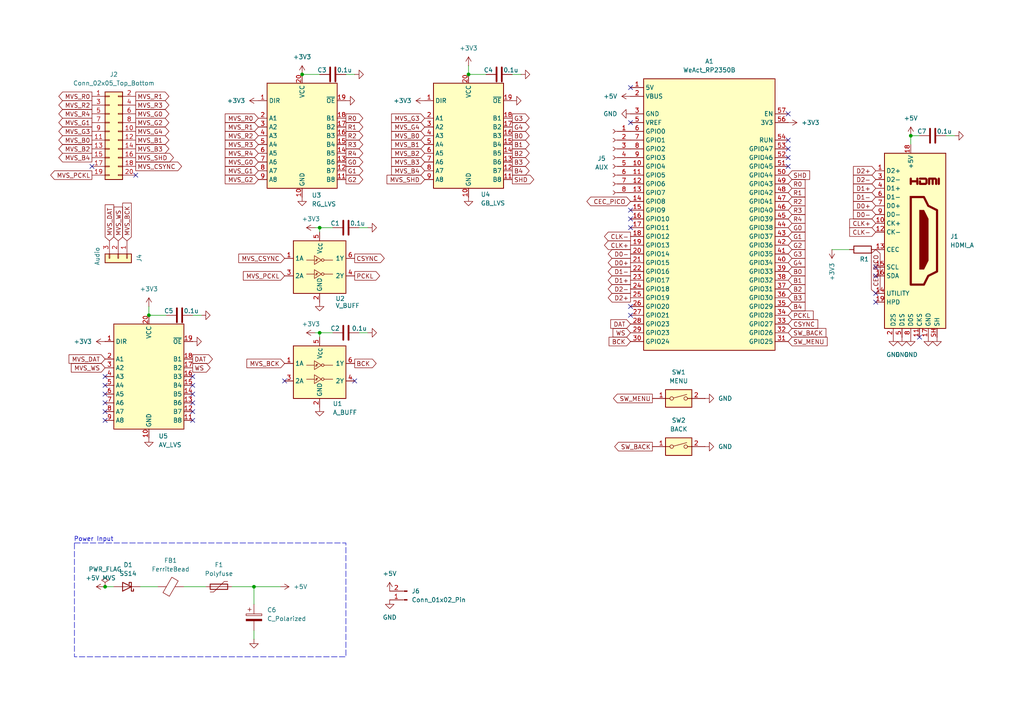
<source format=kicad_sch>
(kicad_sch (version 20250114) (generator "eeschema") (generator_version "9.0")
  (paper "A4")
  (title_block (title "NeoPico HD") (date "2025-12-31") (rev "0.0.1") (company "https://www.github.com/fliperama86/neopico-hd"))
  (lib_symbols
    (symbol "+5V_1" (power) (pin_numbers (hide yes)) (pin_names (offset 0) (hide yes))
      (property "Value" "+5V" (at 0 3.556 0))
      (symbol "+5V_1_1_1"
        (pin power_in line (at 0 0 90) (length 0) (name "~") (number "1"))
      )
    )
    (symbol "74xGxx:SN74LVC2G14DBV"
      (property "Reference" "U" (at 2.54 12.7 0))
      (property "Value" "SN74LVC2G14DBV" (at 2.54 10.16 0))
      (symbol "SN74LVC2G14DBV_1_1"
        (pin input line (at -10.16 2.54 0) (length 2.54) (name "1A") (number "1"))
        (pin input line (at -10.16 -2.54 0) (length 2.54) (name "2A") (number "3"))
        (pin power_in line (at 0 10.16 270) (length 2.54) (name "V_{CC}") (number "5"))
        (pin power_in line (at 0 -10.16 90) (length 2.54) (name "GND") (number "2"))
        (pin output line (at 10.16 2.54 180) (length 2.54) (name "1Y") (number "6"))
        (pin output line (at 10.16 -2.54 180) (length 2.54) (name "2Y") (number "4"))
      )
    )
    (symbol "Connector:Conn_01x02_Pin" (pin_names (offset 1.016) (hide yes))
      (property "Reference" "J" (at 0 2.54 0))
      (property "Value" "Conn_01x02_Pin" (at 0 -5.08 0))
      (symbol "Conn_01x02_Pin_1_1"
        (pin passive line (at 5.08 0 180) (length 3.81) (name "Pin_1") (number "1"))
        (pin passive line (at 5.08 -2.54 180) (length 3.81) (name "Pin_2") (number "2"))
      )
    )
    (symbol "Connector:Conn_01x08_Socket" (pin_names (offset 1.016) (hide yes))
      (property "Reference" "J" (at 0 10.16 0))
      (property "Value" "Conn_01x08_Socket" (at 0 -12.7 0))
      (symbol "Conn_01x08_Socket_1_1"
        (pin passive line (at -5.08 7.62 0) (length 3.81) (name "Pin_1") (number "1"))
        (pin passive line (at -5.08 5.08 0) (length 3.81) (name "Pin_2") (number "2"))
        (pin passive line (at -5.08 2.54 0) (length 3.81) (name "Pin_3") (number "3"))
        (pin passive line (at -5.08 0 0) (length 3.81) (name "Pin_4") (number "4"))
        (pin passive line (at -5.08 -2.54 0) (length 3.81) (name "Pin_5") (number "5"))
        (pin passive line (at -5.08 -5.08 0) (length 3.81) (name "Pin_6") (number "6"))
        (pin passive line (at -5.08 -7.62 0) (length 3.81) (name "Pin_7") (number "7"))
        (pin passive line (at -5.08 -10.16 0) (length 3.81) (name "Pin_8") (number "8"))
      )
    )
    (symbol "Connector:HDMI_A"
      (property "Reference" "J" (at -6.35 26.67 0))
      (property "Value" "HDMI_A" (at 10.16 26.67 0))
      (symbol "HDMI_A_1_1"
        (pin passive line (at -10.16 20.32 0) (length 2.54) (name "D2+") (number "1"))
        (pin passive line (at -10.16 17.78 0) (length 2.54) (name "D2-") (number "3"))
        (pin passive line (at -10.16 15.24 0) (length 2.54) (name "D1+") (number "4"))
        (pin passive line (at -10.16 12.7 0) (length 2.54) (name "D1-") (number "6"))
        (pin passive line (at -10.16 10.16 0) (length 2.54) (name "D0+") (number "7"))
        (pin passive line (at -10.16 7.62 0) (length 2.54) (name "D0-") (number "9"))
        (pin passive line (at -10.16 5.08 0) (length 2.54) (name "CK+") (number "10"))
        (pin passive line (at -10.16 2.54 0) (length 2.54) (name "CK-") (number "12"))
        (pin bidirectional line (at -10.16 -2.54 0) (length 2.54) (name "CEC") (number "13"))
        (pin passive line (at -10.16 -7.62 0) (length 2.54) (name "SCL") (number "15"))
        (pin bidirectional line (at -10.16 -10.16 0) (length 2.54) (name "SDA") (number "16"))
        (pin passive line (at -10.16 -15.24 0) (length 2.54) (name "UTILITY") (number "14"))
        (pin passive line (at -10.16 -17.78 0) (length 2.54) (name "HPD") (number "19"))
        (pin power_in line (at -5.08 -27.94 90) (length 2.54) (name "D2S") (number "2"))
        (pin power_in line (at -2.54 -27.94 90) (length 2.54) (name "D1S") (number "5"))
        (pin power_in line (at 0 27.94 270) (length 2.54) (name "+5V") (number "18"))
        (pin power_in line (at 0 -27.94 90) (length 2.54) (name "D0S") (number "8"))
        (pin power_in line (at 2.54 -27.94 90) (length 2.54) (name "CKS") (number "11"))
        (pin power_in line (at 5.08 -27.94 90) (length 2.54) (name "GND") (number "17"))
        (pin passive line (at 7.62 -27.94 90) (length 2.54) (name "SH") (number "SH"))
      )
    )
    (symbol "Connector_Generic:Conn_01x03" (pin_names (offset 1.016) (hide yes))
      (property "Reference" "J" (at 0 5.08 0))
      (property "Value" "Conn_01x03" (at 0 -5.08 0))
      (symbol "Conn_01x03_1_1"
        (pin passive line (at -5.08 2.54 0) (length 3.81) (name "Pin_1") (number "1"))
        (pin passive line (at -5.08 0 0) (length 3.81) (name "Pin_2") (number "2"))
        (pin passive line (at -5.08 -2.54 0) (length 3.81) (name "Pin_3") (number "3"))
      )
    )
    (symbol "Connector_Generic:Conn_02x10_Odd_Even" (pin_names (offset 1.016) (hide yes))
      (property "Reference" "J" (at 1.27 12.7 0))
      (property "Value" "Conn_02x10_Odd_Even" (at 1.27 -15.24 0))
      (symbol "Conn_02x10_Odd_Even_1_1"
        (pin passive line (at -5.08 10.16 0) (length 3.81) (name "Pin_1") (number "1"))
        (pin passive line (at -5.08 7.62 0) (length 3.81) (name "Pin_3") (number "3"))
        (pin passive line (at -5.08 5.08 0) (length 3.81) (name "Pin_5") (number "5"))
        (pin passive line (at -5.08 2.54 0) (length 3.81) (name "Pin_7") (number "7"))
        (pin passive line (at -5.08 0 0) (length 3.81) (name "Pin_9") (number "9"))
        (pin passive line (at -5.08 -2.54 0) (length 3.81) (name "Pin_11") (number "11"))
        (pin passive line (at -5.08 -5.08 0) (length 3.81) (name "Pin_13") (number "13"))
        (pin passive line (at -5.08 -7.62 0) (length 3.81) (name "Pin_15") (number "15"))
        (pin passive line (at -5.08 -10.16 0) (length 3.81) (name "Pin_17") (number "17"))
        (pin passive line (at -5.08 -12.7 0) (length 3.81) (name "Pin_19") (number "19"))
        (pin passive line (at 7.62 10.16 180) (length 3.81) (name "Pin_2") (number "2"))
        (pin passive line (at 7.62 7.62 180) (length 3.81) (name "Pin_4") (number "4"))
        (pin passive line (at 7.62 5.08 180) (length 3.81) (name "Pin_6") (number "6"))
        (pin passive line (at 7.62 2.54 180) (length 3.81) (name "Pin_8") (number "8"))
        (pin passive line (at 7.62 0 180) (length 3.81) (name "Pin_10") (number "10"))
        (pin passive line (at 7.62 -2.54 180) (length 3.81) (name "Pin_12") (number "12"))
        (pin passive line (at 7.62 -5.08 180) (length 3.81) (name "Pin_14") (number "14"))
        (pin passive line (at 7.62 -7.62 180) (length 3.81) (name "Pin_16") (number "16"))
        (pin passive line (at 7.62 -10.16 180) (length 3.81) (name "Pin_18") (number "18"))
        (pin passive line (at 7.62 -12.7 180) (length 3.81) (name "Pin_20") (number "20"))
      )
    )
    (symbol "Device:C" (pin_numbers (hide yes)) (pin_names (offset 0.254))
      (property "Reference" "C" (at 0.635 2.54 0))
      (property "Value" "C" (at 0.635 -2.54 0))
      (symbol "C_1_1"
        (pin passive line (at 0 3.81 270) (length 2.794) (name "~") (number "1"))
        (pin passive line (at 0 -3.81 90) (length 2.794) (name "~") (number "2"))
      )
    )
    (symbol "Device:C_Polarized" (pin_numbers (hide yes)) (pin_names (offset 0.254))
      (property "Reference" "C" (at 0.635 2.54 0))
      (property "Value" "C_Polarized" (at 0.635 -2.54 0))
      (symbol "C_Polarized_1_1"
        (pin passive line (at 0 3.81 270) (length 2.794) (name "~") (number "1"))
        (pin passive line (at 0 -3.81 90) (length 2.794) (name "~") (number "2"))
      )
    )
    (symbol "Device:FerriteBead" (pin_numbers (hide yes)) (pin_names (offset 0))
      (property "Reference" "FB" (at -3.81 0.635 90))
      (property "Value" "FerriteBead" (at 3.81 0 90))
      (symbol "FerriteBead_1_1"
        (pin passive line (at 0 3.81 270) (length 2.54) (name "~") (number "1"))
        (pin passive line (at 0 -3.81 90) (length 2.54) (name "~") (number "2"))
      )
    )
    (symbol "Device:Polyfuse" (pin_numbers (hide yes)) (pin_names (offset 0))
      (property "Reference" "F" (at -2.54 0 90))
      (property "Value" "Polyfuse" (at 2.54 0 90))
      (symbol "Polyfuse_1_1"
        (pin passive line (at 0 3.81 270) (length 1.27) (name "~") (number "1"))
        (pin passive line (at 0 -3.81 90) (length 1.27) (name "~") (number "2"))
      )
    )
    (symbol "Device:R" (pin_numbers (hide yes)) (pin_names (offset 0))
      (property "Reference" "R" (at 2.032 0 90))
      (property "Value" "R" (at 0 0 90))
      (symbol "R_1_1"
        (pin passive line (at 0 3.81 270) (length 1.27) (name "~") (number "1"))
        (pin passive line (at 0 -3.81 90) (length 1.27) (name "~") (number "2"))
      )
    )
    (symbol "Diode:SS14" (pin_numbers (hide yes)) (pin_names (offset 1.016) (hide yes))
      (property "Reference" "D" (at 0 2.54 0))
      (property "Value" "SS14" (at 0 -2.54 0))
      (symbol "SS14_1_1"
        (pin passive line (at -3.81 0 0) (length 2.54) (name "K") (number "1"))
        (pin passive line (at 3.81 0 180) (length 2.54) (name "A") (number "2"))
      )
    )
    (symbol "Dudu:WeAct_RP2350B"
      (property "Reference" "A" (at -18.542 42.164 0))
      (property "Value" "WeAct_RP2350B" (at 11.176 42.672 0))
      (symbol "WeAct_RP2350B_1_1"
        (pin power_in line (at -22.86 38.1 0) (length 3.81) (name "5V") (number "1"))
        (pin power_out line (at -22.86 35.56 0) (length 3.81) (name "VBUS") (number "2"))
        (pin power_out line (at -22.86 30.48 0) (length 3.81) (name "GND") (number "3"))
        (pin passive line (at -22.86 30.48 0) (length 3.81) (hide yes) (name "GND") (number "4"))
        (pin passive line (at -22.86 30.48 0) (length 3.81) (hide yes) (name "GND") (number "58"))
        (pin passive line (at -22.86 30.48 0) (length 3.81) (hide yes) (name "GND") (number "59"))
        (pin passive line (at -22.86 30.48 0) (length 3.81) (hide yes) (name "GND") (number "60"))
        (pin power_in line (at -22.86 27.94 0) (length 3.81) (name "VREF") (number "5"))
        (pin bidirectional line (at -22.86 25.4 0) (length 3.81) (name "GPIO0") (number "6"))
        (pin bidirectional line (at -22.86 22.86 0) (length 3.81) (name "GPIO1") (number "7"))
        (pin bidirectional line (at -22.86 20.32 0) (length 3.81) (name "GPIO2") (number "8"))
        (pin bidirectional line (at -22.86 17.78 0) (length 3.81) (name "GPIO3") (number "9"))
        (pin bidirectional line (at -22.86 15.24 0) (length 3.81) (name "GPIO4") (number "10"))
        (pin bidirectional line (at -22.86 12.7 0) (length 3.81) (name "GPIO5") (number "11"))
        (pin bidirectional line (at -22.86 10.16 0) (length 3.81) (name "GPIO6") (number "12"))
        (pin bidirectional line (at -22.86 7.62 0) (length 3.81) (name "GPIO7") (number "13"))
        (pin bidirectional line (at -22.86 5.08 0) (length 3.81) (name "GPIO8") (number "14"))
        (pin bidirectional line (at -22.86 2.54 0) (length 3.81) (name "GPIO9") (number "15"))
        (pin bidirectional line (at -22.86 0 0) (length 3.81) (name "GPIO10") (number "16"))
        (pin bidirectional line (at -22.86 -2.54 0) (length 3.81) (name "GPIO11") (number "17"))
        (pin bidirectional line (at -22.86 -5.08 0) (length 3.81) (name "GPIO12") (number "18"))
        (pin bidirectional line (at -22.86 -7.62 0) (length 3.81) (name "GPIO13") (number "19"))
        (pin bidirectional line (at -22.86 -10.16 0) (length 3.81) (name "GPIO14") (number "20"))
        (pin bidirectional line (at -22.86 -12.7 0) (length 3.81) (name "GPIO15") (number "21"))
        (pin bidirectional line (at -22.86 -15.24 0) (length 3.81) (name "GPIO16") (number "22"))
        (pin bidirectional line (at -22.86 -17.78 0) (length 3.81) (name "GPIO17") (number "23"))
        (pin bidirectional line (at -22.86 -20.32 0) (length 3.81) (name "GPIO18") (number "24"))
        (pin bidirectional line (at -22.86 -22.86 0) (length 3.81) (name "GPIO19") (number "25"))
        (pin bidirectional line (at -22.86 -25.4 0) (length 3.81) (name "GPIO20") (number "26"))
        (pin bidirectional line (at -22.86 -27.94 0) (length 3.81) (name "GPIO21") (number "27"))
        (pin bidirectional line (at -22.86 -30.48 0) (length 3.81) (name "GPIO23") (number "28"))
        (pin bidirectional line (at -22.86 -33.02 0) (length 3.81) (name "GPIO23") (number "29"))
        (pin bidirectional line (at -22.86 -35.56 0) (length 3.81) (name "GPIO24") (number "30"))
        (pin passive line (at 22.86 30.48 180) (length 3.81) (name "EN") (number "57"))
        (pin passive line (at 22.86 27.94 180) (length 3.81) (hide yes) (name "3V3") (number "55"))
        (pin power_out line (at 22.86 27.94 180) (length 3.81) (name "3V3") (number "56"))
        (pin passive line (at 22.86 22.86 180) (length 3.81) (name "RUN") (number "54"))
        (pin bidirectional line (at 22.86 20.32 180) (length 3.81) (name "GPIO47") (number "53"))
        (pin bidirectional line (at 22.86 17.78 180) (length 3.81) (name "GPIO46") (number "52"))
        (pin bidirectional line (at 22.86 15.24 180) (length 3.81) (name "GPIO45") (number "51"))
        (pin bidirectional line (at 22.86 12.7 180) (length 3.81) (name "GPIO44") (number "50"))
        (pin bidirectional line (at 22.86 10.16 180) (length 3.81) (name "GPIO43") (number "49"))
        (pin bidirectional line (at 22.86 7.62 180) (length 3.81) (name "GPIO42") (number "48"))
        (pin bidirectional line (at 22.86 5.08 180) (length 3.81) (name "GPIO41") (number "47"))
        (pin bidirectional line (at 22.86 2.54 180) (length 3.81) (name "GPIO40") (number "46"))
        (pin bidirectional line (at 22.86 0 180) (length 3.81) (name "GPIO39") (number "45"))
        (pin bidirectional line (at 22.86 -2.54 180) (length 3.81) (name "GPIO38") (number "44"))
        (pin bidirectional line (at 22.86 -5.08 180) (length 3.81) (name "GPIO37") (number "43"))
        (pin bidirectional line (at 22.86 -7.62 180) (length 3.81) (name "GPIO36") (number "42"))
        (pin bidirectional line (at 22.86 -10.16 180) (length 3.81) (name "GPIO35") (number "41"))
        (pin bidirectional line (at 22.86 -12.7 180) (length 3.81) (name "GPIO34") (number "40"))
        (pin bidirectional line (at 22.86 -15.24 180) (length 3.81) (name "GPIO33") (number "39"))
        (pin bidirectional line (at 22.86 -17.78 180) (length 3.81) (name "GPIO32") (number "38"))
        (pin bidirectional line (at 22.86 -20.32 180) (length 3.81) (name "GPIO31") (number "37"))
        (pin bidirectional line (at 22.86 -22.86 180) (length 3.81) (name "GPIO30") (number "36"))
        (pin bidirectional line (at 22.86 -25.4 180) (length 3.81) (name "GPIO29") (number "35"))
        (pin bidirectional line (at 22.86 -27.94 180) (length 3.81) (name "GPIO28") (number "34"))
        (pin bidirectional line (at 22.86 -30.48 180) (length 3.81) (name "GPIO27") (number "33"))
        (pin bidirectional line (at 22.86 -33.02 180) (length 3.81) (name "GPIO26") (number "32"))
        (pin bidirectional line (at 22.86 -35.56 180) (length 3.81) (name "GPIO25") (number "31"))
      )
    )
    (symbol "Logic_LevelTranslator:SN74LVC245APW"
      (property "Reference" "U" (at -10.16 17.78 0))
      (property "Value" "SN74LVC245APW" (at 10.16 17.78 0))
      (symbol "SN74LVC245APW_1_1"
        (pin input line (at -12.7 10.16 0) (length 2.54) (name "DIR") (number "1"))
        (pin bidirectional line (at -12.7 5.08 0) (length 2.54) (name "A1") (number "2"))
        (pin bidirectional line (at -12.7 2.54 0) (length 2.54) (name "A2") (number "3"))
        (pin bidirectional line (at -12.7 0 0) (length 2.54) (name "A3") (number "4"))
        (pin bidirectional line (at -12.7 -2.54 0) (length 2.54) (name "A4") (number "5"))
        (pin bidirectional line (at -12.7 -5.08 0) (length 2.54) (name "A5") (number "6"))
        (pin bidirectional line (at -12.7 -7.62 0) (length 2.54) (name "A6") (number "7"))
        (pin bidirectional line (at -12.7 -10.16 0) (length 2.54) (name "A7") (number "8"))
        (pin bidirectional line (at -12.7 -12.7 0) (length 2.54) (name "A8") (number "9"))
        (pin power_in line (at 0 17.78 270) (length 2.54) (name "VCC") (number "20"))
        (pin power_in line (at 0 -17.78 90) (length 2.54) (name "GND") (number "10"))
        (pin input line (at 12.7 10.16 180) (length 2.54) (name "~{OE}") (number "19"))
        (pin bidirectional line (at 12.7 5.08 180) (length 2.54) (name "B1") (number "18"))
        (pin bidirectional line (at 12.7 2.54 180) (length 2.54) (name "B2") (number "17"))
        (pin bidirectional line (at 12.7 0 180) (length 2.54) (name "B3") (number "16"))
        (pin bidirectional line (at 12.7 -2.54 180) (length 2.54) (name "B4") (number "15"))
        (pin bidirectional line (at 12.7 -5.08 180) (length 2.54) (name "B5") (number "14"))
        (pin bidirectional line (at 12.7 -7.62 180) (length 2.54) (name "B6") (number "13"))
        (pin bidirectional line (at 12.7 -10.16 180) (length 2.54) (name "B7") (number "12"))
        (pin bidirectional line (at 12.7 -12.7 180) (length 2.54) (name "B8") (number "11"))
      )
    )
    (symbol "Switch:SW_DIP_x01" (pin_names (offset 0) (hide yes))
      (property "Reference" "SW" (at 0 3.81 0))
      (property "Value" "SW_DIP_x01" (at 0 -3.81 0))
      (symbol "SW_DIP_x01_1_1"
        (pin passive line (at -7.62 0 0) (length 5.08) (name "~") (number "1"))
        (pin passive line (at 7.62 0 180) (length 5.08) (name "~") (number "2"))
      )
    )
    (symbol "power:+3V3" (power) (pin_numbers (hide yes)) (pin_names (offset 0) (hide yes))
      (property "Value" "+3V3" (at 0 3.556 0))
      (symbol "+3V3_1_1"
        (pin power_in line (at 0 0 90) (length 0) (name "~") (number "1"))
      )
    )
    (symbol "power:+5V" (power) (pin_numbers (hide yes)) (pin_names (offset 0) (hide yes))
      (property "Value" "+5V" (at 0 3.556 0))
      (symbol "+5V_1_1"
        (pin power_in line (at 0 0 90) (length 0) (name "~") (number "1"))
      )
    )
    (symbol "power:GND" (power) (pin_numbers (hide yes)) (pin_names (offset 0) (hide yes))
      (property "Value" "GND" (at 0 -3.81 0))
      (symbol "GND_1_1"
        (pin power_in line (at 0 0 270) (length 0) (name "~") (number "1"))
      )
    )
    (symbol "power:PWR_FLAG" (power) (pin_numbers (hide yes)) (pin_names (offset 0) (hide yes))
      (property "Value" "PWR_FLAG" (at 0 3.81 0))
      (symbol "PWR_FLAG_0_0"
        (pin power_out line (at 0 0 90) (length 0) (name "~") (number "1"))
      )
    )
  )
  (rectangle (start 21.59 157.48) (end 100.33 190.5) (stroke (width 0) (type dash)))
  (text "Power Input" (at 27.178 156.464 0) (effects (font (size 1.27 1.27))))
  (junction (at 73.66 170.18))
  (junction (at 87.63 21.59))
  (junction (at 30.48 170.18))
  (junction (at 92.71 66.04))
  (junction (at 43.18 91.44))
  (junction (at 264.16 39.37))
  (junction (at 135.89 21.59))
  (junction (at 92.71 96.52))
  (no_connect (at 182.88 88.9))
  (no_connect (at 30.48 116.84))
  (no_connect (at 254 77.47))
  (no_connect (at 55.88 114.3))
  (no_connect (at 55.88 111.76))
  (no_connect (at 182.88 66.04))
  (no_connect (at 55.88 119.38))
  (no_connect (at 254 80.01))
  (no_connect (at 26.67 48.26))
  (no_connect (at 102.87 110.49))
  (no_connect (at 55.88 121.92))
  (no_connect (at 228.6 48.26))
  (no_connect (at 55.88 109.22))
  (no_connect (at 30.48 109.22))
  (no_connect (at 55.88 116.84))
  (no_connect (at 228.6 40.64))
  (no_connect (at 30.48 114.3))
  (no_connect (at 30.48 121.92))
  (no_connect (at 182.88 25.4))
  (no_connect (at 39.37 50.8))
  (no_connect (at 182.88 63.5))
  (no_connect (at 228.6 33.02))
  (no_connect (at 182.88 60.96))
  (no_connect (at 82.55 110.49))
  (no_connect (at 30.48 111.76))
  (no_connect (at 254 87.63))
  (no_connect (at 266.7 97.79))
  (no_connect (at 228.6 43.18))
  (no_connect (at 182.88 91.44))
  (no_connect (at 30.48 119.38))
  (no_connect (at 254 85.09))
  (no_connect (at 182.88 35.56))
  (no_connect (at 228.6 45.72))
  (wire (pts (xy 67.31 170.18) (xy 73.66 170.18)))
  (wire (pts (xy 73.66 175.26) (xy 73.66 170.18)))
  (wire (pts (xy 106.68 66.04) (xy 104.14 66.04)))
  (wire (pts (xy 91.44 96.52) (xy 92.71 96.52)))
  (wire (pts (xy 104.14 96.52) (xy 106.68 96.52)))
  (wire (pts (xy 91.44 66.04) (xy 92.71 66.04)))
  (wire (pts (xy 246.38 72.39) (xy 241.3 72.39)))
  (wire (pts (xy 73.66 182.88) (xy 73.66 185.42)))
  (wire (pts (xy 43.18 88.9) (xy 43.18 91.44)))
  (wire (pts (xy 96.52 96.52) (xy 92.71 96.52)))
  (wire (pts (xy 40.64 170.18) (xy 45.72 170.18)))
  (wire (pts (xy 58.42 91.44) (xy 55.88 91.44)))
  (wire (pts (xy 30.48 170.18) (xy 33.02 170.18)))
  (wire (pts (xy 53.34 170.18) (xy 59.69 170.18)))
  (wire (pts (xy 73.66 170.18) (xy 81.28 170.18)))
  (wire (pts (xy 276.86 39.37) (xy 274.32 39.37)))
  (wire (pts (xy 43.18 91.44) (xy 48.26 91.44)))
  (wire (pts (xy 92.71 96.52) (xy 92.71 97.79)))
  (wire (pts (xy 135.89 21.59) (xy 140.97 21.59)))
  (wire (pts (xy 87.63 21.59) (xy 92.71 21.59)))
  (wire (pts (xy 135.89 19.05) (xy 135.89 21.59)))
  (wire (pts (xy 92.71 66.04) (xy 96.52 66.04)))
  (wire (pts (xy 92.71 66.04) (xy 92.71 67.31)))
  (wire (pts (xy 264.16 39.37) (xy 264.16 41.91)))
  (wire (pts (xy 151.13 21.59) (xy 148.59 21.59)))
  (wire (pts (xy 266.7 39.37) (xy 264.16 39.37)))
  (wire (pts (xy 102.87 21.59) (xy 100.33 21.59)))
  (global_label "B4" (shape input) (at 228.6 88.9 0) (property "Intersheetrefs" "${INTERSHEET_REFS}" (effects (hide yes))))
  (global_label "G1" (shape output) (at 100.33 49.53 0) (property "Intersheetrefs" "${INTERSHEET_REFS}" (effects (hide yes))))
  (global_label "B2" (shape output) (at 148.59 44.45 0) (property "Intersheetrefs" "${INTERSHEET_REFS}" (effects (hide yes))))
  (global_label "D1+" (shape input) (at 254 54.61 180) (property "Intersheetrefs" "${INTERSHEET_REFS}" (effects (hide yes))) (property "Netclass" "HDMI" (effects (hide yes))))
  (global_label "SW_BACK" (shape input) (at 228.6 96.52 0) (property "Intersheetrefs" "${INTERSHEET_REFS}" (effects (hide yes))))
  (global_label "G4" (shape output) (at 148.59 36.83 0) (property "Intersheetrefs" "${INTERSHEET_REFS}" (effects (hide yes))))
  (global_label "MVS_G0" (shape output) (at 39.37 33.02 0) (property "Intersheetrefs" "${INTERSHEET_REFS}" (effects (hide yes))))
  (global_label "R4" (shape input) (at 228.6 63.5 0) (property "Intersheetrefs" "${INTERSHEET_REFS}" (effects (hide yes))))
  (global_label "R0" (shape output) (at 100.33 34.29 0) (property "Intersheetrefs" "${INTERSHEET_REFS}" (effects (hide yes))))
  (global_label "MVS_R4" (shape input) (at 74.93 44.45 180) (property "Intersheetrefs" "${INTERSHEET_REFS}" (effects (hide yes))))
  (global_label "MVS_R1" (shape input) (at 74.93 36.83 180) (property "Intersheetrefs" "${INTERSHEET_REFS}" (effects (hide yes))))
  (global_label "MVS_B0" (shape output) (at 26.67 40.64 180) (property "Intersheetrefs" "${INTERSHEET_REFS}" (effects (hide yes))))
  (global_label "MVS_PCKL" (shape input) (at 82.55 80.01 180) (property "Intersheetrefs" "${INTERSHEET_REFS}" (effects (hide yes))) (property "Frequency" "2.66mHz" (effects (hide yes))))
  (global_label "B3" (shape output) (at 148.59 46.99 0) (property "Intersheetrefs" "${INTERSHEET_REFS}" (effects (hide yes))))
  (global_label "MVS_G1" (shape output) (at 26.67 35.56 180) (property "Intersheetrefs" "${INTERSHEET_REFS}" (effects (hide yes))))
  (global_label "D0-" (shape output) (at 182.88 73.66 180) (property "Intersheetrefs" "${INTERSHEET_REFS}" (effects (hide yes))) (property "Netclass" "HDMI" (effects (hide yes))))
  (global_label "MVS_B1" (shape input) (at 123.19 41.91 180) (property "Intersheetrefs" "${INTERSHEET_REFS}" (effects (hide yes))))
  (global_label "MVS_R1" (shape output) (at 39.37 27.94 0) (property "Intersheetrefs" "${INTERSHEET_REFS}" (effects (hide yes))))
  (global_label "CLK+" (shape input) (at 254 64.77 180) (property "Intersheetrefs" "${INTERSHEET_REFS}" (effects (hide yes))) (property "Netclass" "HDMI" (effects (hide yes))))
  (global_label "D0+" (shape output) (at 182.88 76.2 180) (property "Intersheetrefs" "${INTERSHEET_REFS}" (effects (hide yes))) (property "Netclass" "HDMI" (effects (hide yes))))
  (global_label "MVS_B3" (shape output) (at 39.37 43.18 0) (property "Intersheetrefs" "${INTERSHEET_REFS}" (effects (hide yes))))
  (global_label "MVS_WS" (shape input) (at 30.48 106.68 180) (property "Intersheetrefs" "${INTERSHEET_REFS}" (effects (hide yes))))
  (global_label "MVS_G1" (shape input) (at 74.93 49.53 180) (property "Intersheetrefs" "${INTERSHEET_REFS}" (effects (hide yes))))
  (global_label "MVS_PCKL" (shape output) (at 26.67 50.8 180) (property "Intersheetrefs" "${INTERSHEET_REFS}" (effects (hide yes))) (property "Frequency" "2.66mHz" (effects (hide yes))))
  (global_label "MVS_WS" (shape input) (at 34.29 69.85 90) (property "Intersheetrefs" "${INTERSHEET_REFS}" (effects (hide yes))))
  (global_label "G1" (shape input) (at 228.6 68.58 0) (property "Intersheetrefs" "${INTERSHEET_REFS}" (effects (hide yes))))
  (global_label "PCKL" (shape output) (at 102.87 80.01 0) (property "Intersheetrefs" "${INTERSHEET_REFS}" (effects (hide yes))) (property "Frequency" "2.66mHz" (effects (hide yes))))
  (global_label "R4" (shape output) (at 100.33 44.45 0) (property "Intersheetrefs" "${INTERSHEET_REFS}" (effects (hide yes))))
  (global_label "CEC_PICO" (shape bidirectional) (at 254 72.39 270) (property "Intersheetrefs" "${INTERSHEET_REFS}" (effects (hide yes))))
  (global_label "SW_MENU" (shape input) (at 228.6 99.06 0) (property "Intersheetrefs" "${INTERSHEET_REFS}" (effects (hide yes))))
  (global_label "G4" (shape input) (at 228.6 76.2 0) (property "Intersheetrefs" "${INTERSHEET_REFS}" (effects (hide yes))))
  (global_label "MVS_R2" (shape input) (at 74.93 39.37 180) (property "Intersheetrefs" "${INTERSHEET_REFS}" (effects (hide yes))))
  (global_label "R1" (shape output) (at 100.33 36.83 0) (property "Intersheetrefs" "${INTERSHEET_REFS}" (effects (hide yes))))
  (global_label "MVS_B4" (shape input) (at 123.19 49.53 180) (property "Intersheetrefs" "${INTERSHEET_REFS}" (effects (hide yes))))
  (global_label "D2+" (shape input) (at 254 49.53 180) (property "Intersheetrefs" "${INTERSHEET_REFS}" (effects (hide yes))) (property "Netclass" "HDMI" (effects (hide yes))))
  (global_label "MVS_B2" (shape output) (at 26.67 43.18 180) (property "Intersheetrefs" "${INTERSHEET_REFS}" (effects (hide yes))))
  (global_label "MVS_R0" (shape input) (at 74.93 34.29 180) (property "Intersheetrefs" "${INTERSHEET_REFS}" (effects (hide yes))))
  (global_label "D2+" (shape output) (at 182.88 86.36 180) (property "Intersheetrefs" "${INTERSHEET_REFS}" (effects (hide yes))) (property "Netclass" "HDMI" (effects (hide yes))))
  (global_label "SW_MENU" (shape output) (at 189.23 115.57 180) (property "Intersheetrefs" "${INTERSHEET_REFS}" (effects (hide yes))))
  (global_label "MVS_R4" (shape output) (at 26.67 33.02 180) (property "Intersheetrefs" "${INTERSHEET_REFS}" (effects (hide yes))))
  (global_label "MVS_R2" (shape output) (at 26.67 30.48 180) (property "Intersheetrefs" "${INTERSHEET_REFS}" (effects (hide yes))))
  (global_label "MVS_G2" (shape output) (at 39.37 35.56 0) (property "Intersheetrefs" "${INTERSHEET_REFS}" (effects (hide yes))))
  (global_label "CLK-" (shape input) (at 254 67.31 180) (property "Intersheetrefs" "${INTERSHEET_REFS}" (effects (hide yes))) (property "Netclass" "HDMI" (effects (hide yes))))
  (global_label "MVS_B4" (shape output) (at 26.67 45.72 180) (property "Intersheetrefs" "${INTERSHEET_REFS}" (effects (hide yes))))
  (global_label "CLK+" (shape output) (at 182.88 71.12 180) (property "Intersheetrefs" "${INTERSHEET_REFS}" (effects (hide yes))) (property "Netclass" "HDMI" (effects (hide yes))))
  (global_label "SHD" (shape output) (at 148.59 52.07 0) (property "Intersheetrefs" "${INTERSHEET_REFS}" (effects (hide yes))) (property "Frequency" "55.5mHz" (effects (hide yes))))
  (global_label "R3" (shape input) (at 228.6 60.96 0) (property "Intersheetrefs" "${INTERSHEET_REFS}" (effects (hide yes))))
  (global_label "SW_BACK" (shape output) (at 189.23 129.54 180) (property "Intersheetrefs" "${INTERSHEET_REFS}" (effects (hide yes))))
  (global_label "R3" (shape output) (at 100.33 41.91 0) (property "Intersheetrefs" "${INTERSHEET_REFS}" (effects (hide yes))))
  (global_label "R2" (shape input) (at 228.6 58.42 0) (property "Intersheetrefs" "${INTERSHEET_REFS}" (effects (hide yes))))
  (global_label "WS" (shape input) (at 182.88 96.52 180) (property "Intersheetrefs" "${INTERSHEET_REFS}" (effects (hide yes))))
  (global_label "MVS_CSYNC" (shape input) (at 82.55 74.93 180) (property "Intersheetrefs" "${INTERSHEET_REFS}" (effects (hide yes))) (property "Frequency" "55.5mHz" (effects (hide yes))))
  (global_label "MVS_R0" (shape output) (at 26.67 27.94 180) (property "Intersheetrefs" "${INTERSHEET_REFS}" (effects (hide yes))))
  (global_label "CSYNC" (shape input) (at 228.6 93.98 0) (property "Intersheetrefs" "${INTERSHEET_REFS}" (effects (hide yes))))
  (global_label "D1-" (shape output) (at 182.88 78.74 180) (property "Intersheetrefs" "${INTERSHEET_REFS}" (effects (hide yes))) (property "Netclass" "HDMI" (effects (hide yes))))
  (global_label "MVS_R3" (shape input) (at 74.93 41.91 180) (property "Intersheetrefs" "${INTERSHEET_REFS}" (effects (hide yes))))
  (global_label "G3" (shape output) (at 148.59 34.29 0) (property "Intersheetrefs" "${INTERSHEET_REFS}" (effects (hide yes))))
  (global_label "BCK" (shape input) (at 182.88 99.06 180) (property "Intersheetrefs" "${INTERSHEET_REFS}" (effects (hide yes))))
  (global_label "G0" (shape output) (at 100.33 46.99 0) (property "Intersheetrefs" "${INTERSHEET_REFS}" (effects (hide yes))))
  (global_label "MVS_DAT" (shape input) (at 30.48 104.14 180) (property "Intersheetrefs" "${INTERSHEET_REFS}" (effects (hide yes))))
  (global_label "G0" (shape input) (at 228.6 66.04 0) (property "Intersheetrefs" "${INTERSHEET_REFS}" (effects (hide yes))))
  (global_label "MVS_SHD" (shape input) (at 123.19 52.07 180) (property "Intersheetrefs" "${INTERSHEET_REFS}" (effects (hide yes))) (property "Frequency" "55.5mHz" (effects (hide yes))))
  (global_label "B4" (shape output) (at 148.59 49.53 0) (property "Intersheetrefs" "${INTERSHEET_REFS}" (effects (hide yes))))
  (global_label "MVS_BCK" (shape input) (at 36.83 69.85 90) (property "Intersheetrefs" "${INTERSHEET_REFS}" (effects (hide yes))))
  (global_label "G2" (shape output) (at 100.33 52.07 0) (property "Intersheetrefs" "${INTERSHEET_REFS}" (effects (hide yes))))
  (global_label "B2" (shape input) (at 228.6 83.82 0) (property "Intersheetrefs" "${INTERSHEET_REFS}" (effects (hide yes))))
  (global_label "D0-" (shape input) (at 254 62.23 180) (property "Intersheetrefs" "${INTERSHEET_REFS}" (effects (hide yes))) (property "Netclass" "HDMI" (effects (hide yes))))
  (global_label "MVS_G4" (shape output) (at 39.37 38.1 0) (property "Intersheetrefs" "${INTERSHEET_REFS}" (effects (hide yes))))
  (global_label "R2" (shape output) (at 100.33 39.37 0) (property "Intersheetrefs" "${INTERSHEET_REFS}" (effects (hide yes))))
  (global_label "MVS_BCK" (shape input) (at 82.55 105.41 180) (property "Intersheetrefs" "${INTERSHEET_REFS}" (effects (hide yes))))
  (global_label "MVS_G2" (shape input) (at 74.93 52.07 180) (property "Intersheetrefs" "${INTERSHEET_REFS}" (effects (hide yes))))
  (global_label "G3" (shape input) (at 228.6 73.66 0) (property "Intersheetrefs" "${INTERSHEET_REFS}" (effects (hide yes))))
  (global_label "MVS_CSYNC" (shape output) (at 39.37 48.26 0) (property "Intersheetrefs" "${INTERSHEET_REFS}" (effects (hide yes))) (property "Frequency" "55.5mHz" (effects (hide yes))))
  (global_label "B0" (shape output) (at 148.59 39.37 0) (property "Intersheetrefs" "${INTERSHEET_REFS}" (effects (hide yes))))
  (global_label "D1+" (shape output) (at 182.88 81.28 180) (property "Intersheetrefs" "${INTERSHEET_REFS}" (effects (hide yes))) (property "Netclass" "HDMI" (effects (hide yes))))
  (global_label "B1" (shape output) (at 148.59 41.91 0) (property "Intersheetrefs" "${INTERSHEET_REFS}" (effects (hide yes))))
  (global_label "MVS_SHD" (shape output) (at 39.37 45.72 0) (property "Intersheetrefs" "${INTERSHEET_REFS}" (effects (hide yes))) (property "Frequency" "55.5mHz" (effects (hide yes))))
  (global_label "MVS_G3" (shape input) (at 123.19 34.29 180) (property "Intersheetrefs" "${INTERSHEET_REFS}" (effects (hide yes))))
  (global_label "DAT" (shape output) (at 55.88 104.14 0) (property "Intersheetrefs" "${INTERSHEET_REFS}" (effects (hide yes))))
  (global_label "R0" (shape input) (at 228.6 53.34 0) (property "Intersheetrefs" "${INTERSHEET_REFS}" (effects (hide yes))))
  (global_label "G2" (shape input) (at 228.6 71.12 0) (property "Intersheetrefs" "${INTERSHEET_REFS}" (effects (hide yes))))
  (global_label "B3" (shape input) (at 228.6 86.36 0) (property "Intersheetrefs" "${INTERSHEET_REFS}" (effects (hide yes))))
  (global_label "PCKL" (shape input) (at 228.6 91.44 0) (property "Intersheetrefs" "${INTERSHEET_REFS}" (effects (hide yes))))
  (global_label "B1" (shape input) (at 228.6 81.28 0) (property "Intersheetrefs" "${INTERSHEET_REFS}" (effects (hide yes))))
  (global_label "MVS_G3" (shape output) (at 26.67 38.1 180) (property "Intersheetrefs" "${INTERSHEET_REFS}" (effects (hide yes))))
  (global_label "D1-" (shape input) (at 254 57.15 180) (property "Intersheetrefs" "${INTERSHEET_REFS}" (effects (hide yes))) (property "Netclass" "HDMI" (effects (hide yes))))
  (global_label "CSYNC" (shape output) (at 102.87 74.93 0) (property "Intersheetrefs" "${INTERSHEET_REFS}" (effects (hide yes))) (property "Frequency" "55.5mHz" (effects (hide yes))))
  (global_label "D2-" (shape output) (at 182.88 83.82 180) (property "Intersheetrefs" "${INTERSHEET_REFS}" (effects (hide yes))) (property "Netclass" "HDMI" (effects (hide yes))))
  (global_label "B0" (shape input) (at 228.6 78.74 0) (property "Intersheetrefs" "${INTERSHEET_REFS}" (effects (hide yes))))
  (global_label "MVS_DAT" (shape input) (at 31.75 69.85 90) (property "Intersheetrefs" "${INTERSHEET_REFS}" (effects (hide yes))))
  (global_label "R1" (shape input) (at 228.6 55.88 0) (property "Intersheetrefs" "${INTERSHEET_REFS}" (effects (hide yes))))
  (global_label "MVS_B0" (shape input) (at 123.19 39.37 180) (property "Intersheetrefs" "${INTERSHEET_REFS}" (effects (hide yes))))
  (global_label "WS" (shape output) (at 55.88 106.68 0) (property "Intersheetrefs" "${INTERSHEET_REFS}" (effects (hide yes))))
  (global_label "DAT" (shape input) (at 182.88 93.98 180) (property "Intersheetrefs" "${INTERSHEET_REFS}" (effects (hide yes))))
  (global_label "D2-" (shape input) (at 254 52.07 180) (property "Intersheetrefs" "${INTERSHEET_REFS}" (effects (hide yes))) (property "Netclass" "HDMI" (effects (hide yes))))
  (global_label "MVS_B1" (shape output) (at 39.37 40.64 0) (property "Intersheetrefs" "${INTERSHEET_REFS}" (effects (hide yes))))
  (global_label "BCK" (shape output) (at 102.87 105.41 0) (property "Intersheetrefs" "${INTERSHEET_REFS}" (effects (hide yes))))
  (global_label "MVS_G4" (shape input) (at 123.19 36.83 180) (property "Intersheetrefs" "${INTERSHEET_REFS}" (effects (hide yes))))
  (global_label "D0+" (shape input) (at 254 59.69 180) (property "Intersheetrefs" "${INTERSHEET_REFS}" (effects (hide yes))) (property "Netclass" "HDMI" (effects (hide yes))))
  (global_label "MVS_G0" (shape input) (at 74.93 46.99 180) (property "Intersheetrefs" "${INTERSHEET_REFS}" (effects (hide yes))))
  (global_label "CEC_PICO" (shape bidirectional) (at 182.88 58.42 180) (property "Intersheetrefs" "${INTERSHEET_REFS}" (effects (hide yes))))
  (global_label "SHD" (shape input) (at 228.6 50.8 0) (property "Intersheetrefs" "${INTERSHEET_REFS}" (effects (hide yes))))
  (global_label "CLK-" (shape output) (at 182.88 68.58 180) (property "Intersheetrefs" "${INTERSHEET_REFS}" (effects (hide yes))) (property "Netclass" "HDMI" (effects (hide yes))))
  (global_label "MVS_B2" (shape input) (at 123.19 44.45 180) (property "Intersheetrefs" "${INTERSHEET_REFS}" (effects (hide yes))))
  (global_label "MVS_B3" (shape input) (at 123.19 46.99 180) (property "Intersheetrefs" "${INTERSHEET_REFS}" (effects (hide yes))))
  (global_label "MVS_R3" (shape output) (at 39.37 30.48 0) (property "Intersheetrefs" "${INTERSHEET_REFS}" (effects (hide yes))))
  (symbol (lib_id "Device:C") (at 100.33 66.04 90) (unit 1)
    (property "Reference" "C1" (at 98.552 64.77 90) (effects (justify left)))
    (property "Value" "0.1u" (at 105.918 64.77 90) (effects (justify left)))
    (property "Footprint" "Capacitor_SMD:C_0805_2012Metric_Pad1.18x1.45mm_HandSolder" (effects (hide yes)))
  )
  (symbol (lib_id "power:GND") (at 106.68 66.04 90) (unit 1)
    (property "Reference" "#PWR053" (effects (hide yes)))
    (property "Value" "GND" (effects (hide yes)))
  )
  (symbol (lib_id "Connector_Generic:Conn_02x10_Odd_Even") (at 31.75 38.1 0) (unit 1)
    (property "Reference" "J2" (at 33.02 21.59 0))
    (property "Value" "Conn_02x05_Top_Bottom" (at 33.02 24.13 0))
    (property "Footprint" "Connector_IDC:IDC-Header_2x10_P2.54mm_Vertical" (effects (hide yes)))
    (property "Description" "Generic connector, double row, 02x10, odd/even pin numbering scheme (row 1 odd numbers, row 2 even numbers), script generated (kicad-library-utils/schlib/autogen/connector/)" (effects (hide yes)))
  )
  (symbol (lib_id "power:GND") (at 92.71 118.11 0) (unit 1)
    (property "Reference" "#PWR024" (effects (hide yes)))
    (property "Value" "GND" (effects (hide yes)))
  )
  (symbol (lib_name "+5V_1") (lib_id "power:+5V") (at 30.48 170.18 90) (unit 1)
    (property "Reference" "#PWR025" (effects (hide yes)))
    (property "Value" "+5V MVS" (at 29.21 167.64 90))
    (property "Description" "Power symbol creates a global label with name \"+5V\"" (effects (hide yes)))
  )
  (symbol (lib_id "power:GND") (at 204.47 129.54 90) (unit 1)
    (property "Reference" "#PWR038" (effects (hide yes)))
    (property "Value" "GND" (at 208.28 129.5399 90) (effects (justify right)))
    (property "Description" "Power symbol creates a global label with name \"GND\" , ground" (effects (hide yes)))
  )
  (symbol (lib_id "power:GND") (at 92.71 87.63 0) (unit 1)
    (property "Reference" "#PWR018" (effects (hide yes)))
    (property "Value" "GND" (effects (hide yes)))
  )
  (symbol (lib_id "Device:C") (at 52.07 91.44 90) (unit 1)
    (property "Reference" "C5" (at 50.292 90.17 90) (effects (justify left)))
    (property "Value" "0.1u" (at 57.658 90.17 90) (effects (justify left)))
    (property "Footprint" "Capacitor_SMD:C_0805_2012Metric_Pad1.18x1.45mm_HandSolder" (effects (hide yes)))
  )
  (symbol (lib_id "Device:C_Polarized") (at 73.66 179.07 0) (unit 1)
    (property "Reference" "C6" (at 77.47 176.9109 0) (effects (justify left)))
    (property "Value" "C_Polarized" (at 77.47 179.4509 0) (effects (justify left)))
    (property "Footprint" "Capacitor_THT:CP_Radial_D5.0mm_P2.00mm" (effects (hide yes)))
    (property "Description" "Polarized capacitor" (effects (hide yes)))
  )
  (symbol (lib_id "74xGxx:SN74LVC2G14DBV") (at 92.71 77.47 0) (unit 1)
    (property "Reference" "U2" (at 97.282 86.614 0) (effects (justify left)))
    (property "Value" "V_BUFF" (at 97.282 88.646 0) (effects (justify left)))
    (property "Footprint" "Package_TO_SOT_SMD:SOT-23-6" (effects (hide yes)))
    (property "Datasheet" "https://www.ti.com/lit/ds/symlink/sn74lvc2g14.pdf" (effects (hide yes)))
    (property "Description" "Dual schmitt inverter, VCC from 1.65 to 5.5 V, SOT-23" (effects (hide yes)))
  )
  (symbol (lib_id "power:PWR_FLAG") (at 30.48 170.18 0) (unit 1)
    (property "Reference" "#FLG01" (effects (hide yes)))
    (property "Value" "PWR_FLAG" (at 30.48 165.1 0))
    (property "Description" "Special symbol for telling ERC where power comes from" (effects (hide yes)))
  )
  (symbol (lib_id "Device:C") (at 270.51 39.37 90) (unit 1)
    (property "Reference" "C7" (at 268.732 38.1 90) (effects (justify left)))
    (property "Value" "0.1u" (at 276.098 38.1 90) (effects (justify left)))
    (property "Footprint" "Capacitor_SMD:C_0805_2012Metric_Pad1.18x1.45mm_HandSolder" (effects (hide yes)))
  )
  (symbol (lib_id "power:+3V3") (at 91.44 66.04 90) (unit 1)
    (property "Reference" "#PWR019" (effects (hide yes)))
    (property "Value" "+3V3" (at 90.17 63.5 90))
    (property "Description" "Power symbol creates a global label with name \"+3V3\"" (effects (hide yes)))
  )
  (symbol (lib_id "power:+5V") (at 81.28 170.18 270) (unit 1)
    (property "Reference" "#PWR026" (effects (hide yes)))
    (property "Value" "+5V" (at 85.09 170.1799 90) (effects (justify left)))
    (property "Description" "Power symbol creates a global label with name \"+5V\"" (effects (hide yes)))
  )
  (symbol (lib_id "Connector_Generic:Conn_01x03") (at 34.29 74.93 270) (unit 1)
    (property "Reference" "J4" (at 40.386 73.66 0) (effects (justify left)))
    (property "Value" "Audio" (at 28.194 71.628 0) (effects (justify left)))
    (property "Footprint" "Connector_JST:JST_XA_B03B-XASK-1_1x03_P2.50mm_Vertical" (effects (hide yes)))
    (property "Description" "Generic connector, single row, 01x03, script generated (kicad-library-utils/schlib/autogen/connector/)" (effects (hide yes)))
  )
  (symbol (lib_id "Device:Polyfuse") (at 63.5 170.18 90) (unit 1)
    (property "Reference" "F1" (at 63.5 163.83 90))
    (property "Value" "Polyfuse" (at 63.5 166.37 90))
    (property "Footprint" "Capacitor_SMD:C_0805_2012Metric" (effects (hide yes)))
    (property "Description" "Resettable fuse, polymeric positive temperature coefficient" (effects (hide yes)))
  )
  (symbol (lib_id "power:GND") (at 102.87 21.59 90) (unit 1)
    (property "Reference" "#PWR06" (effects (hide yes)))
    (property "Value" "GND" (effects (hide yes)))
  )
  (symbol (lib_id "power:GND") (at 73.66 185.42 0) (unit 1)
    (property "Reference" "#PWR028" (effects (hide yes)))
    (property "Value" "GND" (effects (hide yes)))
  )
  (symbol (lib_id "power:+3V3") (at 241.3 72.39 180) (unit 1)
    (property "Reference" "#PWR035" (effects (hide yes)))
    (property "Value" "+3V3" (at 241.2999 76.2 90) (effects (justify left)))
    (property "Description" "Power symbol creates a global label with name \"+3V3\"" (effects (hide yes)))
  )
  (symbol (lib_id "power:+5V") (at 113.03 171.45 0) (unit 1)
    (property "Reference" "#PWR030" (effects (hide yes)))
    (property "Value" "+5V" (at 113.03 166.37 0))
    (property "Description" "Power symbol creates a global label with name \"+5V\"" (effects (hide yes)))
  )
  (symbol (lib_id "Logic_LevelTranslator:SN74LVC245APW") (at 135.89 39.37 0) (unit 1)
    (property "Reference" "U4" (at 139.446 56.388 0) (effects (justify left)))
    (property "Value" "GB_LVS" (at 139.446 58.928 0) (effects (justify left)))
    (property "Footprint" "Package_SO:TSSOP-20_4.4x6.5mm_P0.65mm" (effects (hide yes)))
    (property "Datasheet" "https://www.ti.com/lit/ds/scas218x/scas218x.pdf" (effects (hide yes)))
    (property "Description" "8-Bit Single-Supply Bus Transceiver With 5V tolerant input voltage and 3-State Outputs 24mA, TSSOP-20" (effects (hide yes)))
  )
  (symbol (lib_id "Dudu:WeAct_RP2350B") (at 205.74 63.5 0) (unit 1)
    (property "Reference" "A1" (at 205.74 17.78 0))
    (property "Value" "WeAct_RP2350B" (at 205.74 20.32 0))
    (property "Footprint" "Module:WeAct_RP2350B" (effects (hide yes)))
  )
  (symbol (lib_id "power:GND") (at 58.42 91.44 90) (unit 1)
    (property "Reference" "#PWR08" (effects (hide yes)))
    (property "Value" "GND" (effects (hide yes)))
  )
  (symbol (lib_id "Device:C") (at 100.33 96.52 90) (unit 1)
    (property "Reference" "C2" (at 98.552 95.25 90) (effects (justify left)))
    (property "Value" "0.1u" (at 106.426 95.25 90) (effects (justify left)))
    (property "Footprint" "Capacitor_SMD:C_0805_2012Metric_Pad1.18x1.45mm_HandSolder" (effects (hide yes)))
  )
  (symbol (lib_id "power:GND") (at 100.33 29.21 90) (unit 1)
    (property "Reference" "#PWR012" (effects (hide yes)))
    (property "Value" "GND" (effects (hide yes)))
  )
  (symbol (lib_id "Device:C") (at 96.52 21.59 90) (unit 1)
    (property "Reference" "C3" (at 94.742 20.32 90) (effects (justify left)))
    (property "Value" "0.1u" (at 102.108 20.32 90) (effects (justify left)))
    (property "Footprint" "Capacitor_SMD:C_0805_2012Metric_Pad1.18x1.45mm_HandSolder" (effects (hide yes)))
  )
  (symbol (lib_id "power:+3V3") (at 74.93 29.21 90) (mirror x) (unit 1)
    (property "Reference" "#PWR013" (effects (hide yes)))
    (property "Value" "+3V3" (at 71.12 29.2099 90) (effects (justify left)))
    (property "Description" "Power symbol creates a global label with name \"+3V3\"" (effects (hide yes)))
  )
  (symbol (lib_id "power:GND") (at 276.86 39.37 90) (unit 1)
    (property "Reference" "#PWR029" (effects (hide yes)))
    (property "Value" "GND" (effects (hide yes)))
  )
  (symbol (lib_id "Device:R") (at 250.19 72.39 90) (unit 1)
    (property "Reference" "R1" (at 250.698 75.184 90))
    (property "Value" "27K" (effects (hide yes)))
    (property "Footprint" "Resistor_SMD:R_0805_2012Metric" (effects (hide yes)))
    (property "Description" "Resistor" (effects (hide yes)))
  )
  (symbol (lib_id "Diode:SS14") (at 36.83 170.18 180) (unit 1)
    (property "Reference" "D1" (at 37.1475 163.83 0))
    (property "Value" "SS14" (at 37.1475 166.37 0))
    (property "Footprint" "Diode_SMD:D_SMA" (effects (hide yes)))
    (property "Datasheet" "https://www.vishay.com/docs/88746/ss12.pdf" (effects (hide yes)))
    (property "Description" "40V 1A Schottky Diode, SMA" (effects (hide yes)))
  )
  (symbol (lib_id "power:+3V3") (at 91.44 96.52 90) (unit 1)
    (property "Reference" "#PWR023" (effects (hide yes)))
    (property "Value" "+3V3" (at 90.17 93.98 90))
    (property "Description" "Power symbol creates a global label with name \"+3V3\"" (effects (hide yes)))
  )
  (symbol (lib_id "power:+3V3") (at 228.6 35.56 270) (unit 1)
    (property "Reference" "#PWR03" (effects (hide yes)))
    (property "Value" "+3V3" (at 232.41 35.5599 90) (effects (justify left)))
    (property "Description" "Power symbol creates a global label with name \"+3V3\"" (effects (hide yes)))
  )
  (symbol (lib_id "power:GND") (at 259.08 97.79 0) (unit 1)
    (property "Reference" "#PWR032" (effects (hide yes)))
    (property "Value" "GND" (at 259.08 102.87 0))
    (property "Description" "Power symbol creates a global label with name \"GND\" , ground" (effects (hide yes)))
  )
  (symbol (lib_id "Device:C") (at 144.78 21.59 90) (unit 1)
    (property "Reference" "C4" (at 143.002 20.32 90) (effects (justify left)))
    (property "Value" "0.1u" (at 150.368 20.32 90) (effects (justify left)))
    (property "Footprint" "Capacitor_SMD:C_0805_2012Metric_Pad1.18x1.45mm_HandSolder" (effects (hide yes)))
  )
  (symbol (lib_id "Logic_LevelTranslator:SN74LVC245APW") (at 87.63 39.37 0) (unit 1)
    (property "Reference" "U3" (at 90.424 56.642 0) (effects (justify left)))
    (property "Value" "RG_LVS" (at 90.424 59.182 0) (effects (justify left)))
    (property "Footprint" "Package_SO:TSSOP-20_4.4x6.5mm_P0.65mm" (effects (hide yes)))
    (property "Datasheet" "https://www.ti.com/lit/ds/scas218x/scas218x.pdf" (effects (hide yes)))
    (property "Description" "8-Bit Single-Supply Bus Transceiver With 5V tolerant input voltage and 3-State Outputs 24mA, TSSOP-20" (effects (hide yes)))
  )
  (symbol (lib_id "Logic_LevelTranslator:SN74LVC245APW") (at 43.18 109.22 0) (unit 1)
    (property "Reference" "U5" (at 45.974 126.492 0) (effects (justify left)))
    (property "Value" "AV_LVS" (at 45.974 129.032 0) (effects (justify left)))
    (property "Footprint" "Package_SO:TSSOP-20_4.4x6.5mm_P0.65mm" (effects (hide yes)))
    (property "Datasheet" "https://www.ti.com/lit/ds/scas218x/scas218x.pdf" (effects (hide yes)))
    (property "Description" "8-Bit Single-Supply Bus Transceiver With 5V tolerant input voltage and 3-State Outputs 24mA, TSSOP-20" (effects (hide yes)))
  )
  (symbol (lib_id "power:GND") (at 271.78 97.79 0) (unit 1)
    (property "Reference" "#PWR039" (effects (hide yes)))
    (property "Value" "GND" (effects (hide yes)))
  )
  (symbol (lib_id "power:GND") (at 182.88 33.02 270) (unit 1)
    (property "Reference" "#PWR015" (effects (hide yes)))
    (property "Value" "GND" (at 179.07 33.0199 90) (effects (justify right)))
    (property "Description" "Power symbol creates a global label with name \"GND\" , ground" (effects (hide yes)))
  )
  (symbol (lib_id "Device:FerriteBead") (at 49.53 170.18 90) (unit 1)
    (property "Reference" "FB1" (at 49.4792 162.56 90))
    (property "Value" "FerriteBead" (at 49.4792 165.1 90))
    (property "Footprint" "Capacitor_SMD:C_0805_2012Metric" (effects (hide yes)))
    (property "Description" "Ferrite bead" (effects (hide yes)))
  )
  (symbol (lib_id "power:+3V3") (at 87.63 21.59 0) (unit 1)
    (property "Reference" "#PWR020" (effects (hide yes)))
    (property "Value" "+3V3" (at 87.63 16.51 0))
    (property "Description" "Power symbol creates a global label with name \"+3V3\"" (effects (hide yes)))
  )
  (symbol (lib_id "power:+3V3") (at 123.19 29.21 90) (mirror x) (unit 1)
    (property "Reference" "#PWR011" (effects (hide yes)))
    (property "Value" "+3V3" (at 119.38 29.2099 90) (effects (justify left)))
    (property "Description" "Power symbol creates a global label with name \"+3V3\"" (effects (hide yes)))
  )
  (symbol (lib_id "power:+3V3") (at 135.89 19.05 0) (unit 1)
    (property "Reference" "#PWR021" (effects (hide yes)))
    (property "Value" "+3V3" (at 135.89 13.97 0))
    (property "Description" "Power symbol creates a global label with name \"+3V3\"" (effects (hide yes)))
  )
  (symbol (lib_id "power:GND") (at 269.24 97.79 0) (unit 1)
    (property "Reference" "#PWR017" (effects (hide yes)))
    (property "Value" "GND" (effects (hide yes)))
  )
  (symbol (lib_id "power:GND") (at 55.88 99.06 90) (unit 1)
    (property "Reference" "#PWR09" (effects (hide yes)))
    (property "Value" "GND" (effects (hide yes)))
  )
  (symbol (lib_id "power:+5V") (at 182.88 27.94 90) (unit 1)
    (property "Reference" "#PWR027" (effects (hide yes)))
    (property "Value" "+5V" (at 179.07 27.9399 90) (effects (justify left)))
    (property "Description" "Power symbol creates a global label with name \"+5V\"" (effects (hide yes)))
  )
  (symbol (lib_id "power:GND") (at 106.68 96.52 90) (unit 1)
    (property "Reference" "#PWR01" (effects (hide yes)))
    (property "Value" "GND" (effects (hide yes)))
    (property "Description" "Power symbol creates a global label with name \"GND\" , ground" (effects (hide yes)))
  )
  (symbol (lib_id "power:GND") (at 264.16 97.79 0) (unit 1)
    (property "Reference" "#PWR034" (effects (hide yes)))
    (property "Value" "GND" (at 264.16 102.87 0))
    (property "Description" "Power symbol creates a global label with name \"GND\" , ground" (effects (hide yes)))
  )
  (symbol (lib_id "74xGxx:SN74LVC2G14DBV") (at 92.71 107.95 0) (unit 1)
    (property "Reference" "U1" (at 96.52 117.094 0) (effects (justify left)))
    (property "Value" "A_BUFF" (at 96.52 119.634 0) (effects (justify left)))
    (property "Footprint" "Package_TO_SOT_SMD:SOT-23-6" (effects (hide yes)))
    (property "Datasheet" "https://www.ti.com/lit/ds/symlink/sn74lvc2g14.pdf" (effects (hide yes)))
    (property "Description" "Dual schmitt inverter, VCC from 1.65 to 5.5 V, SOT-23" (effects (hide yes)))
  )
  (symbol (lib_id "power:GND") (at 113.03 173.99 0) (unit 1)
    (property "Reference" "#PWR031" (effects (hide yes)))
    (property "Value" "GND" (at 113.03 179.07 0))
    (property "Description" "Power symbol creates a global label with name \"GND\" , ground" (effects (hide yes)))
  )
  (symbol (lib_id "power:GND") (at 43.18 127 0) (unit 1)
    (property "Reference" "#PWR07" (effects (hide yes)))
    (property "Value" "GND" (effects (hide yes)))
  )
  (symbol (lib_id "power:GND") (at 204.47 115.57 90) (unit 1)
    (property "Reference" "#PWR037" (effects (hide yes)))
    (property "Value" "GND" (at 208.28 115.5699 90) (effects (justify right)))
    (property "Description" "Power symbol creates a global label with name \"GND\" , ground" (effects (hide yes)))
  )
  (symbol (lib_id "Connector:Conn_01x08_Socket") (at 177.8 45.72 0) (mirror y) (unit 1)
    (property "Reference" "J5" (at 174.498 45.974 0))
    (property "Value" "AUX" (at 174.498 48.514 0))
    (property "Footprint" "Connector_PinHeader_2.54mm:PinHeader_2x04_P2.54mm_Vertical" (effects (hide yes)))
    (property "Description" "Generic connector, single row, 01x08, script generated" (effects (hide yes)))
  )
  (symbol (lib_id "power:GND") (at 87.63 57.15 0) (unit 1)
    (property "Reference" "#PWR02" (effects (hide yes)))
    (property "Value" "GND" (effects (hide yes)))
  )
  (symbol (lib_id "power:+5V") (at 264.16 39.37 0) (unit 1)
    (property "Reference" "#PWR016" (effects (hide yes)))
    (property "Value" "+5V" (at 264.16 34.29 0))
    (property "Description" "Power symbol creates a global label with name \"+5V\"" (effects (hide yes)))
  )
  (symbol (lib_id "power:GND") (at 148.59 29.21 90) (unit 1)
    (property "Reference" "#PWR014" (effects (hide yes)))
    (property "Value" "GND" (effects (hide yes)))
  )
  (symbol (lib_id "Switch:SW_DIP_x01") (at 196.85 129.54 0) (unit 1)
    (property "Reference" "SW2" (at 196.85 121.92 0))
    (property "Value" "BACK" (at 196.85 124.46 0))
    (property "Footprint" "Connector_Samtec_HPM_THT:Samtec_HPM-02-01-x-S_Straight_1x02_Pitch5.08mm" (effects (hide yes)))
    (property "Description" "1x DIP Switch, Single Pole Single Throw (SPST) switch, small symbol" (effects (hide yes)))
  )
  (symbol (lib_id "power:+3V3") (at 30.48 99.06 90) (mirror x) (unit 1)
    (property "Reference" "#PWR010" (effects (hide yes)))
    (property "Value" "+3V3" (at 26.67 99.0599 90) (effects (justify left)))
    (property "Description" "Power symbol creates a global label with name \"+3V3\"" (effects (hide yes)))
  )
  (symbol (lib_id "Connector:Conn_01x02_Pin") (at 118.11 173.99 180) (unit 1)
    (property "Reference" "J6" (at 119.38 171.4499 0) (effects (justify right)))
    (property "Value" "Conn_01x02_Pin" (at 119.38 173.9899 0) (effects (justify right)))
    (property "Footprint" "Connector_PinHeader_2.54mm:PinHeader_1x02_P2.54mm_Vertical" (effects (hide yes)))
    (property "Description" "Generic connector, single row, 01x02, script generated" (effects (hide yes)))
  )
  (symbol (lib_id "Switch:SW_DIP_x01") (at 196.85 115.57 0) (unit 1)
    (property "Reference" "SW1" (at 196.85 107.95 0))
    (property "Value" "MENU" (at 196.85 110.49 0))
    (property "Footprint" "Connector_Samtec_HPM_THT:Samtec_HPM-02-01-x-S_Straight_1x02_Pitch5.08mm" (effects (hide yes)))
    (property "Description" "1x DIP Switch, Single Pole Single Throw (SPST) switch, small symbol" (effects (hide yes)))
  )
  (symbol (lib_id "power:+3V3") (at 43.18 88.9 0) (unit 1)
    (property "Reference" "#PWR022" (effects (hide yes)))
    (property "Value" "+3V3" (at 43.18 83.82 0))
    (property "Description" "Power symbol creates a global label with name \"+3V3\"" (effects (hide yes)))
  )
  (symbol (lib_id "power:GND") (at 261.62 97.79 0) (unit 1)
    (property "Reference" "#PWR033" (effects (hide yes)))
    (property "Value" "GND" (at 261.62 102.87 0))
    (property "Description" "Power symbol creates a global label with name \"GND\" , ground" (effects (hide yes)))
  )
  (symbol (lib_id "power:GND") (at 135.89 57.15 0) (unit 1)
    (property "Reference" "#PWR04" (effects (hide yes)))
    (property "Value" "GND" (effects (hide yes)))
  )
  (symbol (lib_id "power:GND") (at 151.13 21.59 90) (unit 1)
    (property "Reference" "#PWR05" (effects (hide yes)))
    (property "Value" "GND" (effects (hide yes)))
  )
  (symbol (lib_id "Connector:HDMI_A") (at 264.16 69.85 0) (unit 1)
    (property "Reference" "J1" (at 275.59 68.5799 0) (effects (justify left)))
    (property "Value" "HDMI_A" (at 275.59 71.1199 0) (effects (justify left)))
    (property "Footprint" "Connector_Video:HDMI_A_Molex_208658-1001_Horizontal" (effects (hide yes)))
    (property "Datasheet" "https://en.wikipedia.org/wiki/HDMI" (effects (hide yes)))
    (property "Description" "HDMI type A connector" (effects (hide yes)))
  )
)
</source>
